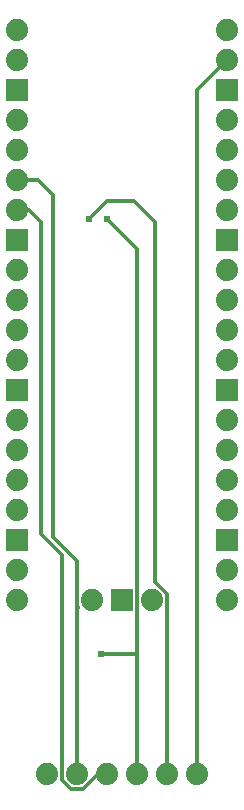
<source format=gbl>
G04 EAGLE Gerber RS-274X export*
G75*
%MOMM*%
%FSLAX34Y34*%
%LPD*%
%INBottom Copper*%
%IPPOS*%
%AMOC8*
5,1,8,0,0,1.08239X$1,22.5*%
G01*
%ADD10C,1.879600*%
%ADD11R,1.879600X1.879600*%
%ADD12C,0.604000*%
%ADD13C,0.304800*%
%ADD14C,0.406400*%


D10*
X63500Y106680D03*
X88900Y106680D03*
X114300Y106680D03*
X139700Y106680D03*
X165100Y106680D03*
X190500Y106680D03*
X38100Y736600D03*
X38100Y711200D03*
D11*
X38100Y685800D03*
X38100Y558800D03*
X38100Y431800D03*
X38100Y304800D03*
X127000Y254000D03*
X215900Y304800D03*
X215900Y431800D03*
X215900Y558800D03*
X215900Y685800D03*
D10*
X38100Y660400D03*
X38100Y635000D03*
X38100Y609600D03*
X38100Y584200D03*
X38100Y533400D03*
X38100Y508000D03*
X38100Y482600D03*
X38100Y457200D03*
X38100Y406400D03*
X38100Y381000D03*
X38100Y355600D03*
X38100Y330200D03*
X38100Y279400D03*
X38100Y254000D03*
X215900Y254000D03*
X215900Y279400D03*
X215900Y330200D03*
X215900Y355600D03*
X215900Y381000D03*
X215900Y406400D03*
X215900Y457200D03*
X215900Y482600D03*
X215900Y508000D03*
X215900Y533400D03*
X215900Y584200D03*
X215900Y609600D03*
X215900Y635000D03*
X215900Y660400D03*
X215900Y711200D03*
X215900Y736600D03*
X101600Y254000D03*
X152400Y254000D03*
D12*
X109220Y208280D03*
X114300Y576580D03*
D13*
X139700Y551180D01*
X139700Y208280D01*
X139700Y106680D01*
X139700Y208280D02*
X109220Y208280D01*
D12*
X99060Y576580D03*
D13*
X114300Y591820D01*
X137160Y591820D01*
X154940Y574040D01*
X154940Y269061D02*
X164846Y259155D01*
X164846Y106934D02*
X165100Y106680D01*
X164846Y106934D02*
X164846Y259155D01*
X154940Y269061D02*
X154940Y574040D01*
X190500Y685800D02*
X215900Y711200D01*
X190500Y685800D02*
X190500Y106680D01*
X94055Y94234D02*
X83745Y94234D01*
X76454Y101525D01*
X76454Y292282D01*
X106501Y106680D02*
X114300Y106680D01*
X106501Y106680D02*
X94055Y94234D01*
X58420Y310316D02*
X58420Y574040D01*
X48260Y584200D01*
X38100Y584200D01*
X58420Y310316D02*
X76454Y292282D01*
X88900Y248380D02*
X88900Y106680D01*
D14*
X88900Y248380D02*
X88646Y248634D01*
D13*
X88646Y287274D02*
X68580Y307340D01*
X88646Y287274D02*
X88646Y248634D01*
X68580Y307340D02*
X68580Y596900D01*
X55880Y609600D01*
X38100Y609600D01*
M02*

</source>
